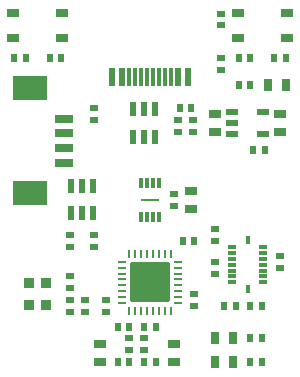
<source format=gbr>
%TF.GenerationSoftware,Altium Limited,Altium Designer,23.2.1 (34)*%
G04 Layer_Color=8421504*
%FSLAX26Y26*%
%MOIN*%
%TF.SameCoordinates,DAB62C51-C882-44BF-9B97-BA74F53622F3*%
%TF.FilePolarity,Positive*%
%TF.FileFunction,Paste,Top*%
%TF.Part,Single*%
G01*
G75*
%TA.AperFunction,SMDPad,CuDef*%
%ADD12R,0.011811X0.035433*%
%ADD13R,0.023622X0.027559*%
%TA.AperFunction,ConnectorPad*%
%ADD14R,0.041339X0.025591*%
%TA.AperFunction,SMDPad,CuDef*%
%ADD15R,0.031496X0.039370*%
%ADD23R,0.027559X0.023622*%
%ADD24R,0.029528X0.011811*%
%ADD25R,0.011811X0.029528*%
%ADD26R,0.039370X0.031496*%
%ADD27R,0.118110X0.082677*%
%ADD28R,0.062992X0.031496*%
G04:AMPARAMS|DCode=29|XSize=135.827mil|YSize=135.827mil|CornerRadius=6.791mil|HoleSize=0mil|Usage=FLASHONLY|Rotation=270.000|XOffset=0mil|YOffset=0mil|HoleType=Round|Shape=RoundedRectangle|*
%AMROUNDEDRECTD29*
21,1,0.135827,0.122244,0,0,270.0*
21,1,0.122244,0.135827,0,0,270.0*
1,1,0.013583,-0.061122,-0.061122*
1,1,0.013583,-0.061122,0.061122*
1,1,0.013583,0.061122,0.061122*
1,1,0.013583,0.061122,-0.061122*
%
%ADD29ROUNDEDRECTD29*%
G04:AMPARAMS|DCode=30|XSize=9.842mil|YSize=27.559mil|CornerRadius=0.492mil|HoleSize=0mil|Usage=FLASHONLY|Rotation=90.000|XOffset=0mil|YOffset=0mil|HoleType=Round|Shape=RoundedRectangle|*
%AMROUNDEDRECTD30*
21,1,0.009842,0.026575,0,0,90.0*
21,1,0.008858,0.027559,0,0,90.0*
1,1,0.000984,0.013287,0.004429*
1,1,0.000984,0.013287,-0.004429*
1,1,0.000984,-0.013287,-0.004429*
1,1,0.000984,-0.013287,0.004429*
%
%ADD30ROUNDEDRECTD30*%
G04:AMPARAMS|DCode=31|XSize=9.842mil|YSize=27.559mil|CornerRadius=0.492mil|HoleSize=0mil|Usage=FLASHONLY|Rotation=0.000|XOffset=0mil|YOffset=0mil|HoleType=Round|Shape=RoundedRectangle|*
%AMROUNDEDRECTD31*
21,1,0.009842,0.026575,0,0,0.0*
21,1,0.008858,0.027559,0,0,0.0*
1,1,0.000984,0.004429,-0.013287*
1,1,0.000984,-0.004429,-0.013287*
1,1,0.000984,-0.004429,0.013287*
1,1,0.000984,0.004429,0.013287*
%
%ADD31ROUNDEDRECTD31*%
%TA.AperFunction,ConnectorPad*%
%ADD32R,0.023622X0.059055*%
%ADD33R,0.011811X0.059055*%
%TA.AperFunction,TestPad*%
G04:AMPARAMS|DCode=34|XSize=35.433mil|YSize=31.496mil|CornerRadius=1.575mil|HoleSize=0mil|Usage=FLASHONLY|Rotation=90.000|XOffset=0mil|YOffset=0mil|HoleType=Round|Shape=RoundedRectangle|*
%AMROUNDEDRECTD34*
21,1,0.035433,0.028346,0,0,90.0*
21,1,0.032283,0.031496,0,0,90.0*
1,1,0.003150,0.014173,0.016142*
1,1,0.003150,0.014173,-0.016142*
1,1,0.003150,-0.014173,-0.016142*
1,1,0.003150,-0.014173,0.016142*
%
%ADD34ROUNDEDRECTD34*%
%TA.AperFunction,SMDPad,CuDef*%
%ADD35R,0.023622X0.047244*%
%ADD36R,0.041339X0.023622*%
%TA.AperFunction,NonConductor*%
%ADD77R,0.062992X0.007874*%
%TA.AperFunction,SMDPad,CuDef*%
%ADD78R,0.057087X0.001968*%
D12*
X-29527Y218701D02*
D03*
X-9842D02*
D03*
X9843D02*
D03*
X29528D02*
D03*
X-29527Y332480D02*
D03*
X-9842D02*
D03*
X9843D02*
D03*
X29528D02*
D03*
D13*
X413386Y748032D02*
D03*
X452756D02*
D03*
X295276D02*
D03*
X334646D02*
D03*
X98425Y580709D02*
D03*
X137795D02*
D03*
X19685Y-265748D02*
D03*
X-19685D02*
D03*
X19685Y-147638D02*
D03*
X-19685D02*
D03*
X147638Y137795D02*
D03*
X108268D02*
D03*
X-108268Y-265748D02*
D03*
X-68898D02*
D03*
X-108268Y-147638D02*
D03*
X-68898D02*
D03*
X285433Y-78740D02*
D03*
X246063D02*
D03*
X334646D02*
D03*
X374016D02*
D03*
X-295276Y748032D02*
D03*
X-334646D02*
D03*
X-413386D02*
D03*
X-452756D02*
D03*
X374016Y-187008D02*
D03*
X334646D02*
D03*
X374016Y-265748D02*
D03*
X334646D02*
D03*
X295276Y659449D02*
D03*
X334646D02*
D03*
X344488Y442913D02*
D03*
X383858D02*
D03*
D14*
X455709Y813976D02*
D03*
X292323D02*
D03*
X455709Y898622D02*
D03*
X292323D02*
D03*
X-455709D02*
D03*
X-292323D02*
D03*
X-455709Y813976D02*
D03*
X-292323D02*
D03*
D15*
X275591Y-187008D02*
D03*
X216535D02*
D03*
X275591Y-265748D02*
D03*
X216535D02*
D03*
X393701Y659449D02*
D03*
X452756D02*
D03*
D23*
X94488Y501969D02*
D03*
Y541339D02*
D03*
X141732Y501969D02*
D03*
Y541339D02*
D03*
X-19685Y-226378D02*
D03*
Y-187008D02*
D03*
X-147638Y-98425D02*
D03*
Y-59055D02*
D03*
X147638Y-78740D02*
D03*
Y-39370D02*
D03*
X78740Y295276D02*
D03*
Y255905D02*
D03*
X-68898Y-226378D02*
D03*
Y-187008D02*
D03*
X-187008Y157480D02*
D03*
Y118110D02*
D03*
X216535Y177165D02*
D03*
Y137795D02*
D03*
X-216536Y-59055D02*
D03*
Y-98425D02*
D03*
X-265748Y157480D02*
D03*
Y118110D02*
D03*
X-265748Y-19685D02*
D03*
Y19685D02*
D03*
Y-59055D02*
D03*
Y-98425D02*
D03*
X236220Y748032D02*
D03*
Y708661D02*
D03*
Y856299D02*
D03*
Y895669D02*
D03*
X433071Y49213D02*
D03*
Y88583D02*
D03*
X216535Y68898D02*
D03*
Y29527D02*
D03*
X-187008Y580709D02*
D03*
Y541338D02*
D03*
D24*
X375984Y118110D02*
D03*
Y98425D02*
D03*
Y78740D02*
D03*
Y59055D02*
D03*
Y39370D02*
D03*
Y19685D02*
D03*
Y0D02*
D03*
X273622D02*
D03*
Y19685D02*
D03*
Y39370D02*
D03*
Y59055D02*
D03*
Y78740D02*
D03*
Y98425D02*
D03*
Y118110D02*
D03*
D25*
X324803Y-21654D02*
D03*
Y139764D02*
D03*
D26*
X-167323Y-206693D02*
D03*
Y-265748D02*
D03*
X78740Y-206693D02*
D03*
Y-265748D02*
D03*
X137795Y305118D02*
D03*
Y246063D02*
D03*
X433071Y501969D02*
D03*
Y561024D02*
D03*
X216535Y501969D02*
D03*
Y561024D02*
D03*
D27*
X-401575Y298228D02*
D03*
Y646653D02*
D03*
D28*
X-287402Y398622D02*
D03*
Y447834D02*
D03*
Y497047D02*
D03*
Y546260D02*
D03*
D29*
X0Y0D02*
D03*
D30*
X-94488Y-68898D02*
D03*
Y-49213D02*
D03*
Y-29528D02*
D03*
Y-9842D02*
D03*
Y9842D02*
D03*
Y29528D02*
D03*
Y49213D02*
D03*
Y68898D02*
D03*
X94488D02*
D03*
Y49213D02*
D03*
Y29528D02*
D03*
Y9842D02*
D03*
Y-9842D02*
D03*
Y-29528D02*
D03*
Y-49213D02*
D03*
Y-68898D02*
D03*
D31*
X-68898Y94488D02*
D03*
X-49213D02*
D03*
X-29528D02*
D03*
X-9842D02*
D03*
X9842D02*
D03*
X29528D02*
D03*
X49213D02*
D03*
X68898D02*
D03*
Y-94488D02*
D03*
X49213D02*
D03*
X29528D02*
D03*
X9842D02*
D03*
X-9842D02*
D03*
X-29528D02*
D03*
X-49213D02*
D03*
X-68898D02*
D03*
D32*
X94488Y685039D02*
D03*
X125984D02*
D03*
X-125984D02*
D03*
X-94488D02*
D03*
D33*
X68898D02*
D03*
X49213D02*
D03*
X29528D02*
D03*
X-68898D02*
D03*
X-49213D02*
D03*
X-29528D02*
D03*
X-9842D02*
D03*
X9842D02*
D03*
D34*
X-345472Y-75787D02*
D03*
Y-2953D02*
D03*
X-402559Y-75787D02*
D03*
Y-2953D02*
D03*
D35*
X-57087Y486220D02*
D03*
X-19685D02*
D03*
X17716D02*
D03*
Y576772D02*
D03*
X-19685D02*
D03*
X-57087D02*
D03*
X-263780Y230315D02*
D03*
X-226378D02*
D03*
X-188976D02*
D03*
Y320866D02*
D03*
X-226378D02*
D03*
X-263780D02*
D03*
D36*
X272638Y568898D02*
D03*
Y531496D02*
D03*
Y494095D02*
D03*
X376968D02*
D03*
Y568898D02*
D03*
D77*
X0Y275591D02*
D03*
D78*
Y275591D02*
D03*
%TF.MD5,8ccf702d07c2be2b9a25fb23e6bdd68b*%
M02*

</source>
